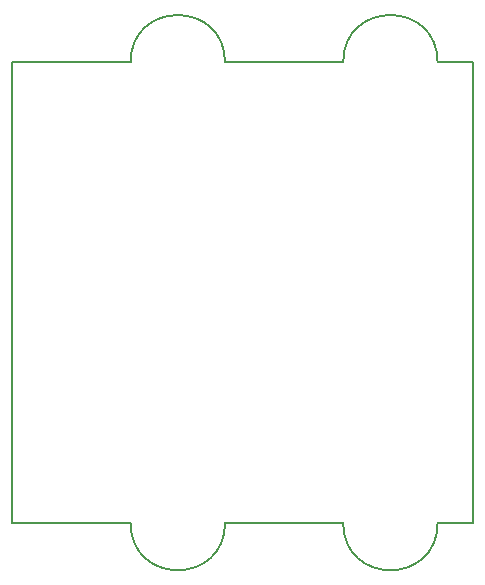
<source format=gbr>
%TF.GenerationSoftware,KiCad,Pcbnew,5.0.1-33cea8e~66~ubuntu18.04.1*%
%TF.CreationDate,2018-11-26T12:53:04+01:00*%
%TF.ProjectId,sensor_board,73656E736F725F626F6172642E6B6963,rev?*%
%TF.SameCoordinates,Original*%
%TF.FileFunction,Profile,NP*%
%FSLAX46Y46*%
G04 Gerber Fmt 4.6, Leading zero omitted, Abs format (unit mm)*
G04 Created by KiCad (PCBNEW 5.0.1-33cea8e~66~ubuntu18.04.1) date Mon 26 Nov 2018 12:53:04 CET*
%MOMM*%
%LPD*%
G01*
G04 APERTURE LIST*
%ADD10C,0.150000*%
G04 APERTURE END LIST*
D10*
X62000000Y-66000000D02*
G75*
G02X54000000Y-66000000I-4000000J0D01*
G01*
X44000000Y-27000000D02*
X54000000Y-27000000D01*
X54000000Y-27000000D02*
G75*
G02X62000000Y-27000000I4000000J0D01*
G01*
X44000000Y-66000000D02*
X54000000Y-66000000D01*
X80000000Y-66000000D02*
X83000000Y-66000000D01*
X80000000Y-66000000D02*
G75*
G02X72000000Y-66000000I-4000000J0D01*
G01*
X80000000Y-27000000D02*
X83000000Y-27000000D01*
X72000000Y-27000000D02*
G75*
G02X80000000Y-27000000I4000000J0D01*
G01*
X72000000Y-27000000D02*
X62000000Y-27000000D01*
X83000000Y-66000000D02*
X83000000Y-27000000D01*
X62000000Y-66000000D02*
X72000000Y-66000000D01*
X44000000Y-27000000D02*
X44000000Y-66000000D01*
M02*

</source>
